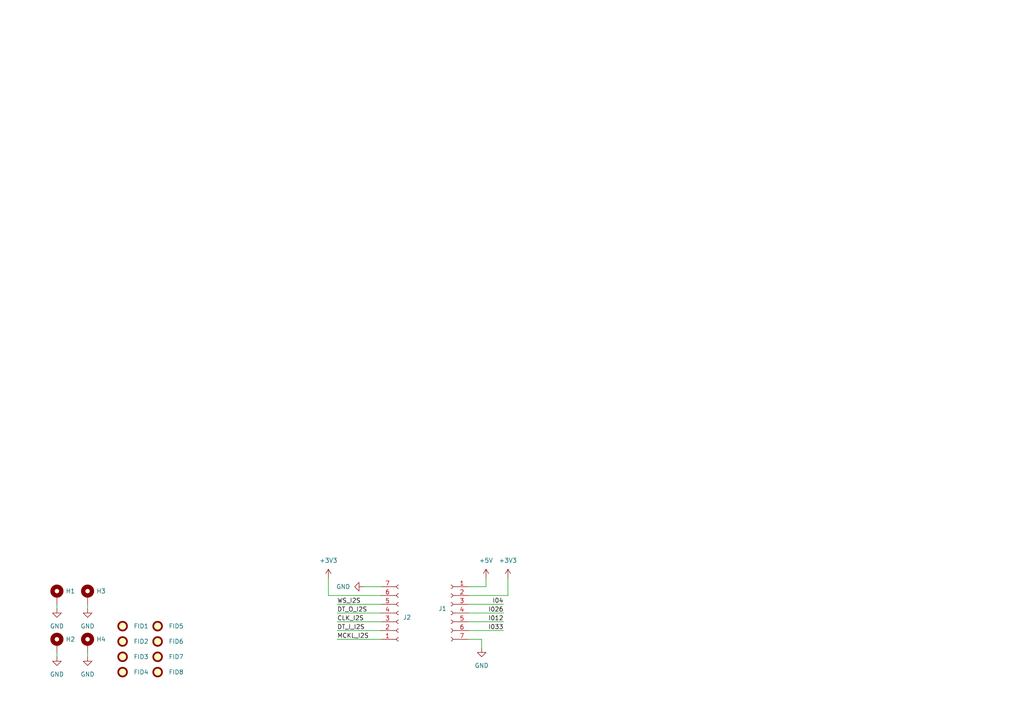
<source format=kicad_sch>
(kicad_sch (version 20230121) (generator eeschema)
  (paper "A4")
  (title_block (title "ED_addon_I2S") (date "2023-10-21") (rev "v1.0.0") (company "Maykol Rey"))
  (lib_symbols
    (symbol "Connector:Conn_01x07_Socket" (pin_names (offset 1.016) hide)
      (property "Reference" "J" (at 0 10.16 0))
      (property "Value" "Conn_01x07_Socket" (at 0 -10.16 0))
      (symbol "Conn_01x07_Socket_1_1"
        (arc (start 0 -7.112) (mid -0.5058 -7.62) (end 0 -8.128) (stroke (width 0.1524)))
        (arc (start 0 -4.572) (mid -0.5058 -5.08) (end 0 -5.588) (stroke (width 0.1524)))
        (arc (start 0 -2.032) (mid -0.5058 -2.54) (end 0 -3.048) (stroke (width 0.1524)))
        (polyline (pts (xy -1.27 -7.62) (xy -0.508 -7.62)) (stroke (width 0.1524)))
        (polyline (pts (xy -1.27 -5.08) (xy -0.508 -5.08)) (stroke (width 0.1524)))
        (polyline (pts (xy -1.27 -2.54) (xy -0.508 -2.54)) (stroke (width 0.1524)))
        (polyline (pts (xy -1.27 0) (xy -0.508 0)) (stroke (width 0.1524)))
        (polyline (pts (xy -1.27 2.54) (xy -0.508 2.54)) (stroke (width 0.1524)))
        (polyline (pts (xy -1.27 5.08) (xy -0.508 5.08)) (stroke (width 0.1524)))
        (polyline (pts (xy -1.27 7.62) (xy -0.508 7.62)) (stroke (width 0.1524)))
        (arc (start 0 0.508) (mid -0.5058 0) (end 0 -0.508) (stroke (width 0.1524)))
        (arc (start 0 3.048) (mid -0.5058 2.54) (end 0 2.032) (stroke (width 0.1524)))
        (arc (start 0 5.588) (mid -0.5058 5.08) (end 0 4.572) (stroke (width 0.1524)))
        (arc (start 0 8.128) (mid -0.5058 7.62) (end 0 7.112) (stroke (width 0.1524)))
        (pin passive line (at -5.08 7.62 0) (length 3.81) (name "Pin_1") (number "1"))
        (pin passive line (at -5.08 5.08 0) (length 3.81) (name "Pin_2") (number "2"))
        (pin passive line (at -5.08 2.54 0) (length 3.81) (name "Pin_3") (number "3"))
        (pin passive line (at -5.08 0 0) (length 3.81) (name "Pin_4") (number "4"))
        (pin passive line (at -5.08 -2.54 0) (length 3.81) (name "Pin_5") (number "5"))
        (pin passive line (at -5.08 -5.08 0) (length 3.81) (name "Pin_6") (number "6"))
        (pin passive line (at -5.08 -7.62 0) (length 3.81) (name "Pin_7") (number "7"))
      )
    )
    (symbol "Mechanical:Fiducial"
      (property "Reference" "FID" (at 0 5.08 0))
      (property "Value" "Fiducial" (at 0 3.175 0))
      (symbol "Fiducial_0_1"
        (circle (center 0 0) (radius 1.27) (stroke (width 0.508)) (fill (type background)))
      )
    )
    (symbol "Mechanical:MountingHole_Pad" (pin_numbers hide) (pin_names (offset 1.016) hide)
      (property "Reference" "H" (at 0 6.35 0))
      (property "Value" "MountingHole_Pad" (at 0 4.445 0))
      (symbol "MountingHole_Pad_0_1"
        (circle (center 0 1.27) (radius 1.27) (stroke (width 1.27)))
      )
      (symbol "MountingHole_Pad_1_1"
        (pin input line (at 0 -2.54 90) (length 2.54) (name "1") (number "1"))
      )
    )
    (symbol "power:+3V3" (power) (pin_names (offset 0))
      (property "Value" "+3V3" (at 0 3.556 0))
      (symbol "+3V3_0_1"
        (polyline (pts (xy -0.762 1.27) (xy 0 2.54)))
        (polyline (pts (xy 0 0) (xy 0 2.54)))
        (polyline (pts (xy 0 2.54) (xy 0.762 1.27)))
      )
      (symbol "+3V3_1_1"
        (pin power_in line (at 0 0 90) (length 0) hide (name "+3V3") (number "1"))
      )
    )
    (symbol "power:+5V" (power) (pin_names (offset 0))
      (property "Value" "+5V" (at 0 3.556 0))
      (symbol "+5V_0_1"
        (polyline (pts (xy -0.762 1.27) (xy 0 2.54)))
        (polyline (pts (xy 0 0) (xy 0 2.54)))
        (polyline (pts (xy 0 2.54) (xy 0.762 1.27)))
      )
      (symbol "+5V_1_1"
        (pin power_in line (at 0 0 90) (length 0) hide (name "+5V") (number "1"))
      )
    )
    (symbol "power:GND" (power) (pin_names (offset 0))
      (property "Value" "GND" (at 0 -3.81 0))
      (symbol "GND_0_1"
        (polyline (pts (xy 0 0) (xy 0 -1.27) (xy 1.27 -1.27) (xy 0 -2.54) (xy -1.27 -1.27) (xy 0 -1.27)))
      )
      (symbol "GND_1_1"
        (pin power_in line (at 0 0 270) (length 0) hide (name "GND") (number "1"))
      )
    )
  )
  (wire (pts (xy 97.79 175.26) (xy 110.49 175.26)))
  (wire (pts (xy 16.51 189.23) (xy 16.51 190.5)))
  (wire (pts (xy 147.32 172.72) (xy 135.89 172.72)))
  (wire (pts (xy 147.32 167.64) (xy 147.32 172.72)))
  (wire (pts (xy 146.05 182.88) (xy 135.89 182.88)))
  (wire (pts (xy 146.05 175.26) (xy 135.89 175.26)))
  (wire (pts (xy 146.05 180.34) (xy 135.89 180.34)))
  (wire (pts (xy 97.79 180.34) (xy 110.49 180.34)))
  (wire (pts (xy 16.51 175.26) (xy 16.51 176.53)))
  (wire (pts (xy 97.79 182.88) (xy 110.49 182.88)))
  (wire (pts (xy 97.79 177.8) (xy 110.49 177.8)))
  (wire (pts (xy 139.7 185.42) (xy 135.89 185.42)))
  (wire (pts (xy 25.4 175.26) (xy 25.4 176.53)))
  (wire (pts (xy 140.97 167.64) (xy 140.97 170.18)))
  (wire (pts (xy 95.25 172.72) (xy 110.49 172.72)))
  (wire (pts (xy 110.49 170.18) (xy 105.41 170.18)))
  (wire (pts (xy 25.4 189.23) (xy 25.4 190.5)))
  (wire (pts (xy 140.97 170.18) (xy 135.89 170.18)))
  (wire (pts (xy 139.7 187.96) (xy 139.7 185.42)))
  (wire (pts (xy 97.79 185.42) (xy 110.49 185.42)))
  (wire (pts (xy 146.05 177.8) (xy 135.89 177.8)))
  (wire (pts (xy 95.25 167.64) (xy 95.25 172.72)))
  (label "I04" (at 146.05 175.26 180))
  (label "DT_O_I2S" (at 97.79 177.8 0))
  (label "DT_I_I2S" (at 97.79 182.88 0))
  (label "WS_I2S" (at 97.79 175.26 0))
  (label "I033" (at 146.05 182.88 180))
  (label "I012" (at 146.05 180.34 180))
  (label "CLK_I2S" (at 97.79 180.34 0))
  (label "MCKL_I2S" (at 97.79 185.42 0))
  (label "I026" (at 146.05 177.8 180))
  (symbol (lib_id "power:GND") (at 16.51 176.53 0) (unit 1)
    (property "Reference" "#PWR01" (effects hide))
    (property "Value" "GND" (at 16.51 181.61 0))
  )
  (symbol (lib_id "Mechanical:Fiducial") (at 35.56 181.61 0) (unit 1) (in_bom no)
    (property "Reference" "FID1" (at 38.735 181.61 0) (effects (justify left)))
    (property "Value" "Fiducial" (effects hide))
    (property "Footprint" "Fiducial:Fiducial_1mm_Mask2mm" (effects hide))
  )
  (symbol (lib_id "Mechanical:Fiducial") (at 45.72 190.5 0) (unit 1) (in_bom no)
    (property "Reference" "FID7" (at 48.895 190.5 0) (effects (justify left)))
    (property "Value" "Fiducial" (effects hide))
    (property "Footprint" "Fiducial:Fiducial_1mm_Mask2mm" (effects hide))
  )
  (symbol (lib_id "power:GND") (at 25.4 190.5 0) (unit 1)
    (property "Reference" "#PWR04" (effects hide))
    (property "Value" "GND" (at 25.4 195.58 0))
  )
  (symbol (lib_id "Mechanical:MountingHole_Pad") (at 16.51 186.69 0) (unit 1) (in_bom no)
    (property "Reference" "H2" (at 19.05 185.42 0) (effects (justify left)))
    (property "Value" "MountingHole_Pad" (effects hide))
    (property "Footprint" "MountingHole:MountingHole_3.2mm_M3_DIN965_Pad" (effects hide))
  )
  (symbol (lib_id "Connector:Conn_01x07_Socket") (at 130.81 177.8 0) (mirror y) (unit 1)
    (property "Reference" "J1" (at 129.54 176.53 0) (effects (justify left)))
    (property "Value" "Conn_01x07_Socket" (effects hide))
    (property "Footprint" "Connector_PinSocket_2.54mm:PinSocket_1x07_P2.54mm_Vertical" (effects hide))
    (property "LCSC Part" "C2832270" (effects hide))
    (property "Mfr. Part" "PM254V-11-07-H85" (effects hide))
    (property "Manufacturer" "XFCN" (effects hide))
    (property "Description" "2.54mm Plugin 3A 7P -40℃~+105℃ 250V Straight 1x7P Top Square Holes Plugin,P=2.54mm Female Headers ROHS" (effects hide))
    (property "Price" "0.1296" (effects hide))
  )
  (symbol (lib_id "power:GND") (at 16.51 190.5 0) (unit 1)
    (property "Reference" "#PWR03" (effects hide))
    (property "Value" "GND" (at 16.51 195.58 0))
  )
  (symbol (lib_id "power:+3V3") (at 95.25 167.64 0) (mirror y) (unit 1)
    (property "Reference" "#PWR06" (effects hide))
    (property "Value" "+3V3" (at 95.25 162.56 0))
  )
  (symbol (lib_id "Mechanical:Fiducial") (at 45.72 194.945 0) (unit 1) (in_bom no)
    (property "Reference" "FID8" (at 48.895 194.945 0) (effects (justify left)))
    (property "Value" "Fiducial" (effects hide))
    (property "Footprint" "Fiducial:Fiducial_1mm_Mask2mm" (effects hide))
  )
  (symbol (lib_id "Mechanical:MountingHole_Pad") (at 16.51 172.72 0) (unit 1) (in_bom no)
    (property "Reference" "H1" (at 19.05 171.45 0) (effects (justify left)))
    (property "Value" "MountingHole_Pad" (effects hide))
    (property "Footprint" "MountingHole:MountingHole_3.2mm_M3_DIN965_Pad" (effects hide))
  )
  (symbol (lib_id "Mechanical:MountingHole_Pad") (at 25.4 172.72 0) (unit 1) (in_bom no)
    (property "Reference" "H3" (at 27.94 171.45 0) (effects (justify left)))
    (property "Value" "MountingHole_Pad" (effects hide))
    (property "Footprint" "MountingHole:MountingHole_3.2mm_M3_DIN965_Pad" (effects hide))
  )
  (symbol (lib_id "Mechanical:Fiducial") (at 45.72 181.61 0) (unit 1) (in_bom no)
    (property "Reference" "FID5" (at 48.895 181.61 0) (effects (justify left)))
    (property "Value" "Fiducial" (effects hide))
    (property "Footprint" "Fiducial:Fiducial_1mm_Mask2mm" (effects hide))
  )
  (symbol (lib_id "Mechanical:Fiducial") (at 35.56 190.5 0) (unit 1) (in_bom no)
    (property "Reference" "FID3" (at 38.735 190.5 0) (effects (justify left)))
    (property "Value" "Fiducial" (effects hide))
    (property "Footprint" "Fiducial:Fiducial_1mm_Mask2mm" (effects hide))
  )
  (symbol (lib_id "Connector:Conn_01x07_Socket") (at 115.57 177.8 0) (mirror x) (unit 1)
    (property "Reference" "J2" (at 116.84 179.07 0) (effects (justify left)))
    (property "Value" "Conn_01x07_Socket" (effects hide))
    (property "Footprint" "Connector_PinSocket_2.54mm:PinSocket_1x07_P2.54mm_Vertical" (effects hide))
    (property "LCSC Part" "C2832270" (effects hide))
    (property "Mfr. Part" "PM254V-11-07-H85" (effects hide))
    (property "Manufacturer" "XFCN" (effects hide))
    (property "Description" "2.54mm Plugin 3A 7P -40℃~+105℃ 250V Straight 1x7P Top Square Holes Plugin,P=2.54mm Female Headers ROHS" (effects hide))
    (property "Price" "0.1296" (effects hide))
  )
  (symbol (lib_id "Mechanical:MountingHole_Pad") (at 25.4 186.69 0) (unit 1) (in_bom no)
    (property "Reference" "H4" (at 27.94 185.42 0) (effects (justify left)))
    (property "Value" "MountingHole_Pad" (effects hide))
    (property "Footprint" "MountingHole:MountingHole_3.2mm_M3_DIN965_Pad" (effects hide))
  )
  (symbol (lib_id "power:+3V3") (at 147.32 167.64 0) (unit 1)
    (property "Reference" "#PWR08" (effects hide))
    (property "Value" "+3V3" (at 147.32 162.56 0))
  )
  (symbol (lib_id "Mechanical:Fiducial") (at 35.56 186.055 0) (unit 1) (in_bom no)
    (property "Reference" "FID2" (at 38.735 186.055 0) (effects (justify left)))
    (property "Value" "Fiducial" (effects hide))
    (property "Footprint" "Fiducial:Fiducial_1mm_Mask2mm" (effects hide))
  )
  (symbol (lib_id "power:GND") (at 105.41 170.18 270) (mirror x) (unit 1)
    (property "Reference" "#PWR05" (effects hide))
    (property "Value" "GND" (at 101.6 170.18 90) (effects (justify right)))
  )
  (symbol (lib_id "power:+5V") (at 140.97 167.64 0) (mirror y) (unit 1)
    (property "Reference" "#PWR09" (effects hide))
    (property "Value" "+5V" (at 140.97 162.56 0))
  )
  (symbol (lib_id "power:GND") (at 139.7 187.96 0) (unit 1)
    (property "Reference" "#PWR07" (effects hide))
    (property "Value" "GND" (at 139.7 193.04 0))
  )
  (symbol (lib_id "Mechanical:Fiducial") (at 45.72 186.055 0) (unit 1) (in_bom no)
    (property "Reference" "FID6" (at 48.895 186.055 0) (effects (justify left)))
    (property "Value" "Fiducial" (effects hide))
    (property "Footprint" "Fiducial:Fiducial_1mm_Mask2mm" (effects hide))
  )
  (symbol (lib_id "power:GND") (at 25.4 176.53 0) (unit 1)
    (property "Reference" "#PWR02" (effects hide))
    (property "Value" "GND" (at 25.4 181.61 0))
  )
  (symbol (lib_id "Mechanical:Fiducial") (at 35.56 194.945 0) (unit 1) (in_bom no)
    (property "Reference" "FID4" (at 38.735 194.945 0) (effects (justify left)))
    (property "Value" "Fiducial" (effects hide))
    (property "Footprint" "Fiducial:Fiducial_1mm_Mask2mm" (effects hide))
  )
)
</source>
